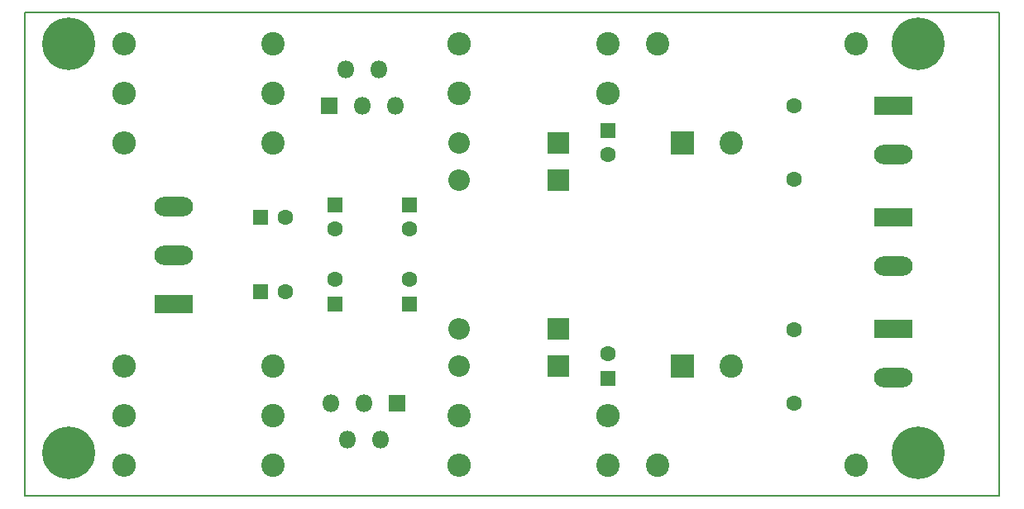
<source format=gbr>
%TF.GenerationSoftware,KiCad,Pcbnew,(5.0.0)*%
%TF.CreationDate,2018-07-24T20:25:44+02:00*%
%TF.ProjectId,tda2030StereoAmplifier,7464613230333053746572656F416D70,rev?*%
%TF.SameCoordinates,Original*%
%TF.FileFunction,Soldermask,Bot*%
%TF.FilePolarity,Negative*%
%FSLAX46Y46*%
G04 Gerber Fmt 4.6, Leading zero omitted, Abs format (unit mm)*
G04 Created by KiCad (PCBNEW (5.0.0)) date 07/24/18 20:25:44*
%MOMM*%
%LPD*%
G01*
G04 APERTURE LIST*
%ADD10C,0.150000*%
%ADD11C,5.400000*%
%ADD12R,1.600000X1.600000*%
%ADD13C,1.600000*%
%ADD14O,1.800000X1.800000*%
%ADD15R,1.800000X1.800000*%
%ADD16C,2.400000*%
%ADD17O,2.400000X2.400000*%
%ADD18R,3.960000X1.980000*%
%ADD19O,3.960000X1.980000*%
%ADD20R,2.400000X2.400000*%
%ADD21O,2.200000X2.200000*%
%ADD22R,2.200000X2.200000*%
G04 APERTURE END LIST*
D10*
X17780000Y-95885000D02*
X117475000Y-95885000D01*
X17780000Y-95885000D02*
X17780000Y-46355000D01*
X117475000Y-46355000D02*
X117475000Y-95885000D01*
X17780000Y-46355000D02*
X117475000Y-46355000D01*
D11*
X22225000Y-91440000D03*
X22225000Y-49530000D03*
X109220000Y-49530000D03*
X109220000Y-91440000D03*
D12*
X41910000Y-67310000D03*
D13*
X44410000Y-67310000D03*
D12*
X41910000Y-74930000D03*
D13*
X44410000Y-74930000D03*
X49530000Y-68540000D03*
D12*
X49530000Y-66040000D03*
X49530000Y-76200000D03*
D13*
X49530000Y-73700000D03*
D12*
X57150000Y-66040000D03*
D13*
X57150000Y-68540000D03*
D14*
X49080000Y-86360000D03*
X50780000Y-90060000D03*
X52480000Y-86360000D03*
X54180000Y-90060000D03*
D15*
X55880000Y-86360000D03*
X48895000Y-55880000D03*
D14*
X50595000Y-52180000D03*
X52295000Y-55880000D03*
X53995000Y-52180000D03*
X55695000Y-55880000D03*
D16*
X43180000Y-54610000D03*
D17*
X27940000Y-54610000D03*
D18*
X106680000Y-67310000D03*
D19*
X106680000Y-72310000D03*
D13*
X57150000Y-73700000D03*
D12*
X57150000Y-76200000D03*
D13*
X77470000Y-60920000D03*
D12*
X77470000Y-58420000D03*
X77470000Y-83820000D03*
D13*
X77470000Y-81320000D03*
X96520000Y-55880000D03*
X96520000Y-63380000D03*
X96520000Y-78860000D03*
X96520000Y-86360000D03*
D16*
X90090000Y-59690000D03*
D20*
X85090000Y-59690000D03*
X85090000Y-82550000D03*
D16*
X90090000Y-82550000D03*
D21*
X62230000Y-63500000D03*
D22*
X72390000Y-63500000D03*
X72390000Y-59690000D03*
D21*
X62230000Y-59690000D03*
X62230000Y-82550000D03*
D22*
X72390000Y-82550000D03*
X72390000Y-78740000D03*
D21*
X62230000Y-78740000D03*
D19*
X33020000Y-66200000D03*
X33020000Y-71200000D03*
D18*
X33020000Y-76200000D03*
D19*
X106680000Y-60880000D03*
D18*
X106680000Y-55880000D03*
X106680000Y-78740000D03*
D19*
X106680000Y-83740000D03*
D17*
X27940000Y-87630000D03*
D16*
X43180000Y-87630000D03*
D17*
X27940000Y-59690000D03*
D16*
X43180000Y-59690000D03*
X43180000Y-82550000D03*
D17*
X27940000Y-82550000D03*
D16*
X43180000Y-49530000D03*
D17*
X27940000Y-49530000D03*
X27940000Y-92710000D03*
D16*
X43180000Y-92710000D03*
D17*
X62230000Y-49530000D03*
D16*
X77470000Y-49530000D03*
X62230000Y-54610000D03*
D17*
X77470000Y-54610000D03*
D16*
X62230000Y-87630000D03*
D17*
X77470000Y-87630000D03*
X62230000Y-92710000D03*
D16*
X77470000Y-92710000D03*
D17*
X102870000Y-49530000D03*
D16*
X82550000Y-49530000D03*
X82550000Y-92710000D03*
D17*
X102870000Y-92710000D03*
M02*

</source>
